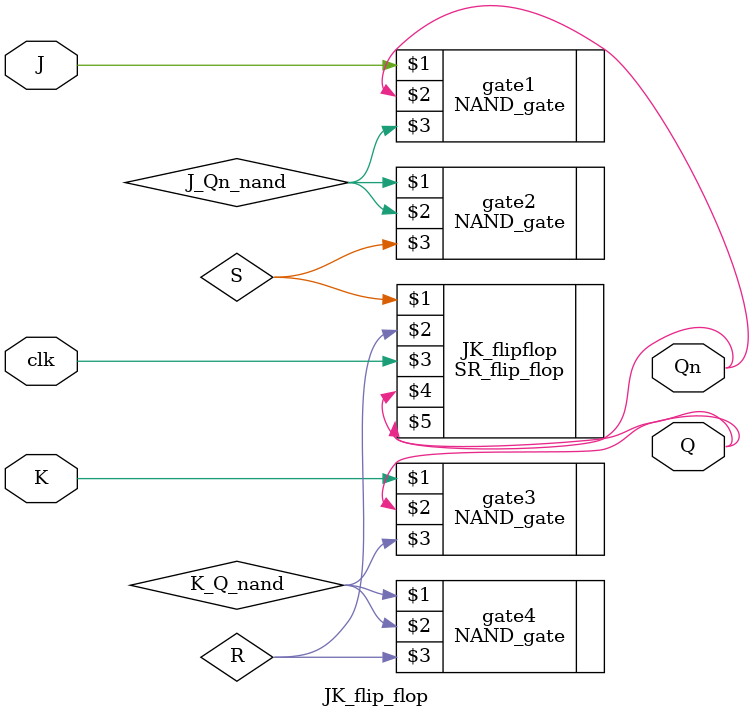
<source format=v>
`timescale 1ns / 1ps


module JK_flip_flop(input J, input K, input clk, output Q, output Qn);
    //intermediate wires 
    wire J_Qn_nand, K_Q_nand;
    wire S , R;
    
    NAND_gate gate1(J, Qn, J_Qn_nand);
    NAND_gate gate2(J_Qn_nand, J_Qn_nand, S);
    NAND_gate gate3(K, Q, K_Q_nand);
    NAND_gate gate4(K_Q_nand, K_Q_nand, R);
    
    SR_flip_flop JK_flipflop(S, R, clk, Q, Qn);
    
endmodule


</source>
